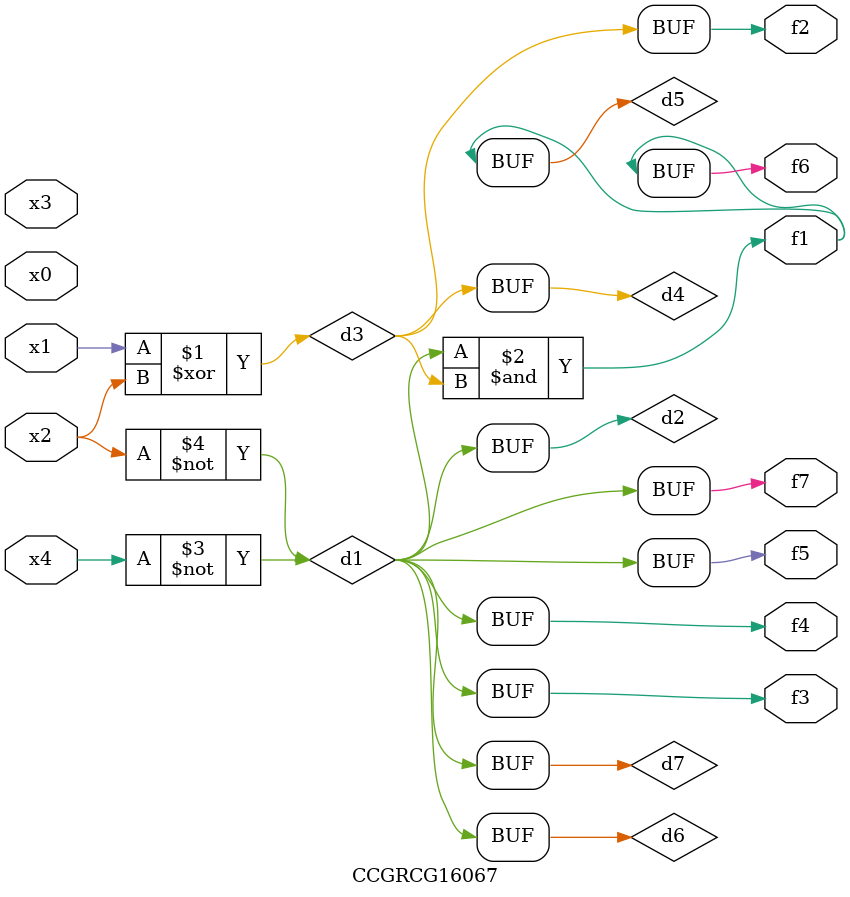
<source format=v>
module CCGRCG16067(
	input x0, x1, x2, x3, x4,
	output f1, f2, f3, f4, f5, f6, f7
);

	wire d1, d2, d3, d4, d5, d6, d7;

	not (d1, x4);
	not (d2, x2);
	xor (d3, x1, x2);
	buf (d4, d3);
	and (d5, d1, d3);
	buf (d6, d1, d2);
	buf (d7, d2);
	assign f1 = d5;
	assign f2 = d4;
	assign f3 = d7;
	assign f4 = d7;
	assign f5 = d7;
	assign f6 = d5;
	assign f7 = d7;
endmodule

</source>
